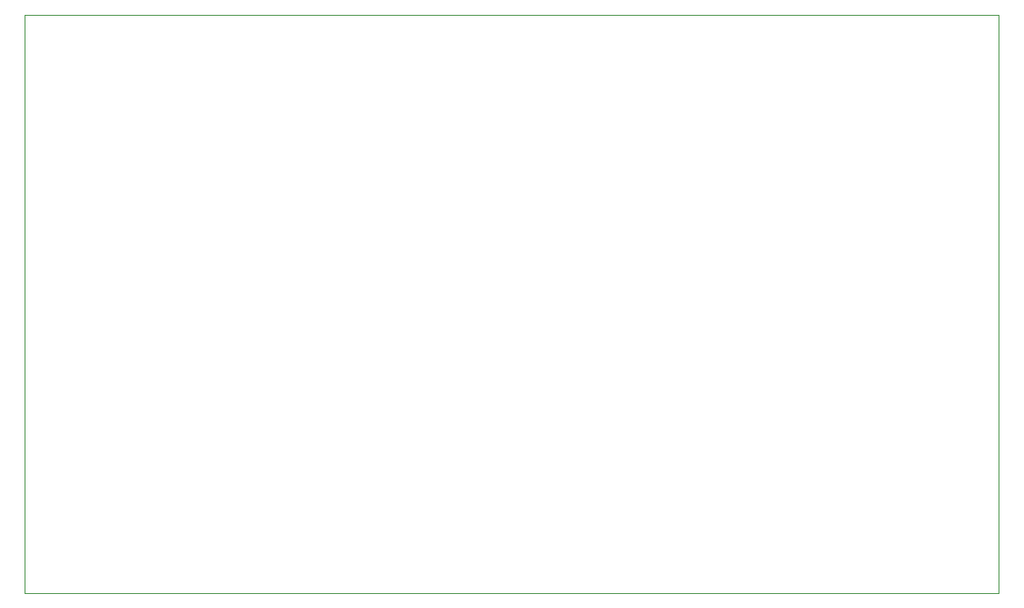
<source format=gbr>
%TF.GenerationSoftware,KiCad,Pcbnew,(6.0.8)*%
%TF.CreationDate,2024-10-31T17:49:09+09:00*%
%TF.ProjectId,MIRS2405_ServoDCDC,4d495253-3234-4303-955f-536572766f44,rev?*%
%TF.SameCoordinates,Original*%
%TF.FileFunction,Profile,NP*%
%FSLAX46Y46*%
G04 Gerber Fmt 4.6, Leading zero omitted, Abs format (unit mm)*
G04 Created by KiCad (PCBNEW (6.0.8)) date 2024-10-31 17:49:09*
%MOMM*%
%LPD*%
G01*
G04 APERTURE LIST*
%TA.AperFunction,Profile*%
%ADD10C,0.100000*%
%TD*%
G04 APERTURE END LIST*
D10*
X152400000Y-30480000D02*
X58420000Y-30480000D01*
X58420000Y-86360000D02*
X152400000Y-86360000D01*
X58420000Y-86360000D02*
X58420000Y-30480000D01*
X152400000Y-86360000D02*
X152400000Y-30480000D01*
M02*

</source>
